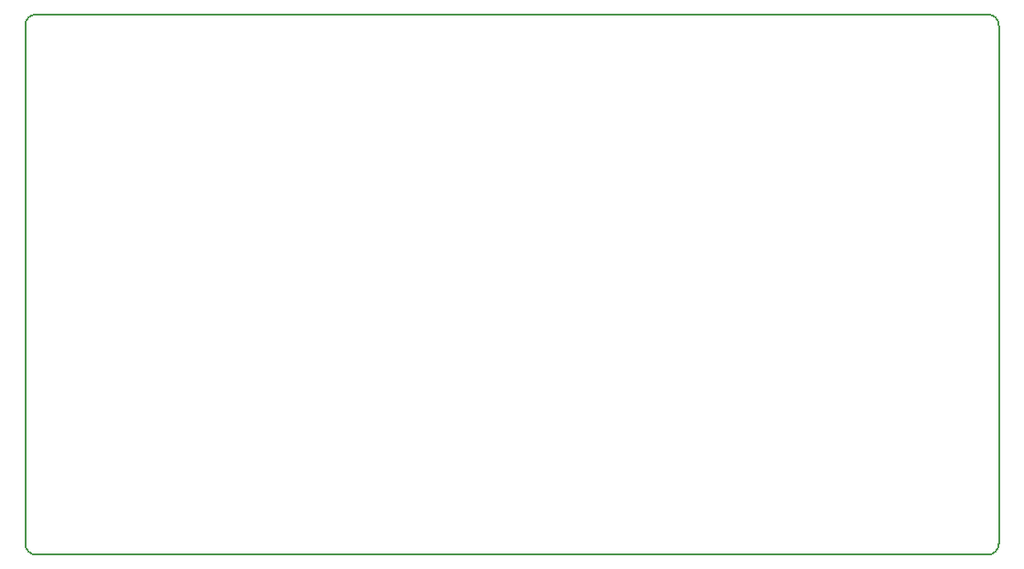
<source format=gbr>
G04 #@! TF.GenerationSoftware,KiCad,Pcbnew,5.0.2+dfsg1-1~bpo9+1*
G04 #@! TF.CreationDate,2019-04-10T20:11:49+03:00*
G04 #@! TF.ProjectId,kicad,6b696361-642e-46b6-9963-61645f706362,rev?*
G04 #@! TF.SameCoordinates,Original*
G04 #@! TF.FileFunction,Profile,NP*
%FSLAX46Y46*%
G04 Gerber Fmt 4.6, Leading zero omitted, Abs format (unit mm)*
G04 Created by KiCad (PCBNEW 5.0.2+dfsg1-1~bpo9+1) date Wed 10 Apr 2019 08:11:49 PM MSK*
%MOMM*%
%LPD*%
G01*
G04 APERTURE LIST*
%ADD10C,0.150000*%
G04 APERTURE END LIST*
D10*
X101000000Y-130000000D02*
G75*
G02X100000000Y-129000000I0J1000000D01*
G01*
X100000000Y-81000000D02*
G75*
G02X101000000Y-80000000I1000000J0D01*
G01*
X189000000Y-80000000D02*
G75*
G02X190000000Y-81000000I0J-1000000D01*
G01*
X190000000Y-129000000D02*
G75*
G02X189000000Y-130000000I-1000000J0D01*
G01*
X100000000Y-129000000D02*
X100000000Y-81000000D01*
X189000000Y-130000000D02*
X101000000Y-130000000D01*
X190000000Y-81000000D02*
X190000000Y-129000000D01*
X101000000Y-80000000D02*
X189000000Y-80000000D01*
M02*

</source>
